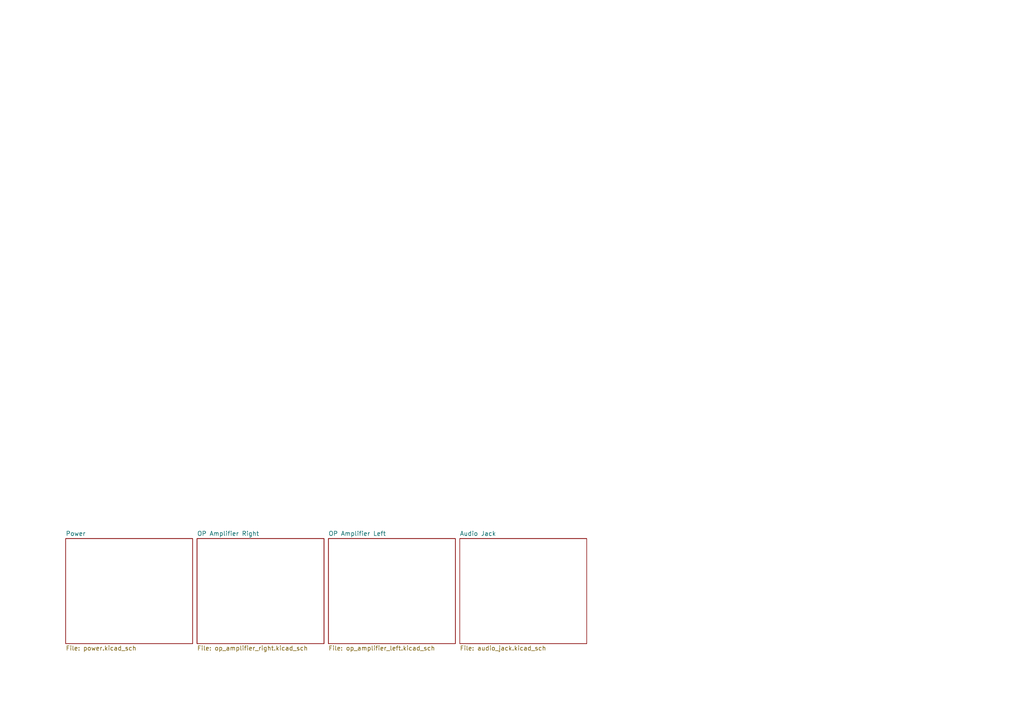
<source format=kicad_sch>
(kicad_sch
	(version 20250114)
	(generator "eeschema")
	(generator_version "9.0")
	(uuid "3983550c-3b96-4d77-b5c7-1354f8e757f8")
	(paper "A4")
	(lib_symbols)
	(sheet
		(at 95.25 156.21)
		(size 36.83 30.48)
		(exclude_from_sim no)
		(in_bom yes)
		(on_board yes)
		(dnp no)
		(fields_autoplaced yes)
		(stroke
			(width 0.1524)
			(type solid)
		)
		(fill
			(color 0 0 0 0.0000)
		)
		(uuid "406fb7ac-178d-4932-ad58-7c7a39bfab55")
		(property "Sheetname" "OP Amplifier Left"
			(at 95.25 155.4984 0)
			(effects
				(font
					(size 1.27 1.27)
				)
				(justify left bottom)
			)
		)
		(property "Sheetfile" "op_amplifier_left.kicad_sch"
			(at 95.25 187.2746 0)
			(effects
				(font
					(size 1.27 1.27)
				)
				(justify left top)
			)
		)
		(instances
			(project "headphone_amplifier_v0"
				(path "/3983550c-3b96-4d77-b5c7-1354f8e757f8"
					(page "4")
				)
			)
		)
	)
	(sheet
		(at 133.35 156.21)
		(size 36.83 30.48)
		(exclude_from_sim no)
		(in_bom yes)
		(on_board yes)
		(dnp no)
		(fields_autoplaced yes)
		(stroke
			(width 0.1524)
			(type solid)
		)
		(fill
			(color 0 0 0 0.0000)
		)
		(uuid "c3a99239-1e5e-4c24-a69f-cd9136b9fdfb")
		(property "Sheetname" "Audio Jack"
			(at 133.35 155.4984 0)
			(effects
				(font
					(size 1.27 1.27)
				)
				(justify left bottom)
			)
		)
		(property "Sheetfile" "audio_jack.kicad_sch"
			(at 133.35 187.2746 0)
			(effects
				(font
					(size 1.27 1.27)
				)
				(justify left top)
			)
		)
		(instances
			(project "headphone_amplifier_v0"
				(path "/3983550c-3b96-4d77-b5c7-1354f8e757f8"
					(page "5")
				)
			)
		)
	)
	(sheet
		(at 19.05 156.21)
		(size 36.83 30.48)
		(exclude_from_sim no)
		(in_bom yes)
		(on_board yes)
		(dnp no)
		(fields_autoplaced yes)
		(stroke
			(width 0.1524)
			(type solid)
		)
		(fill
			(color 0 0 0 0.0000)
		)
		(uuid "c8e77936-9e31-4469-9863-6c19f79b4d67")
		(property "Sheetname" "Power"
			(at 19.05 155.4984 0)
			(effects
				(font
					(size 1.27 1.27)
				)
				(justify left bottom)
			)
		)
		(property "Sheetfile" "power.kicad_sch"
			(at 19.05 187.2746 0)
			(effects
				(font
					(size 1.27 1.27)
				)
				(justify left top)
			)
		)
		(instances
			(project "headphone_amplifier_v0"
				(path "/3983550c-3b96-4d77-b5c7-1354f8e757f8"
					(page "2")
				)
			)
		)
	)
	(sheet
		(at 57.15 156.21)
		(size 36.83 30.48)
		(exclude_from_sim no)
		(in_bom yes)
		(on_board yes)
		(dnp no)
		(fields_autoplaced yes)
		(stroke
			(width 0.1524)
			(type solid)
		)
		(fill
			(color 0 0 0 0.0000)
		)
		(uuid "cfb74664-baf6-4163-a6e4-2566994bb0b2")
		(property "Sheetname" "OP Amplifier Right"
			(at 57.15 155.4984 0)
			(effects
				(font
					(size 1.27 1.27)
				)
				(justify left bottom)
			)
		)
		(property "Sheetfile" "op_amplifier_right.kicad_sch"
			(at 57.15 187.2746 0)
			(effects
				(font
					(size 1.27 1.27)
				)
				(justify left top)
			)
		)
		(instances
			(project "headphone_amplifier_v0"
				(path "/3983550c-3b96-4d77-b5c7-1354f8e757f8"
					(page "3")
				)
			)
		)
	)
	(sheet_instances
		(path "/"
			(page "1")
		)
	)
	(embedded_fonts no)
)

</source>
